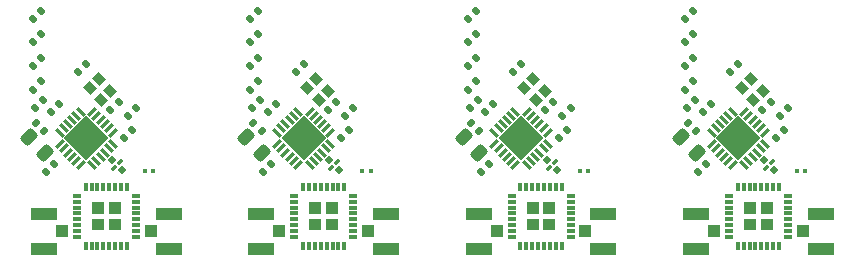
<source format=gtp>
G04 #@! TF.GenerationSoftware,KiCad,Pcbnew,(6.0.6)*
G04 #@! TF.CreationDate,2022-08-31T11:07:13-07:00*
G04 #@! TF.ProjectId,kikit_panel,6b696b69-745f-4706-916e-656c2e6b6963,rev?*
G04 #@! TF.SameCoordinates,Original*
G04 #@! TF.FileFunction,Paste,Top*
G04 #@! TF.FilePolarity,Positive*
%FSLAX46Y46*%
G04 Gerber Fmt 4.6, Leading zero omitted, Abs format (unit mm)*
G04 Created by KiCad (PCBNEW (6.0.6)) date 2022-08-31 11:07:13*
%MOMM*%
%LPD*%
G01*
G04 APERTURE LIST*
G04 Aperture macros list*
%AMRoundRect*
0 Rectangle with rounded corners*
0 $1 Rounding radius*
0 $2 $3 $4 $5 $6 $7 $8 $9 X,Y pos of 4 corners*
0 Add a 4 corners polygon primitive as box body*
4,1,4,$2,$3,$4,$5,$6,$7,$8,$9,$2,$3,0*
0 Add four circle primitives for the rounded corners*
1,1,$1+$1,$2,$3*
1,1,$1+$1,$4,$5*
1,1,$1+$1,$6,$7*
1,1,$1+$1,$8,$9*
0 Add four rect primitives between the rounded corners*
20,1,$1+$1,$2,$3,$4,$5,0*
20,1,$1+$1,$4,$5,$6,$7,0*
20,1,$1+$1,$6,$7,$8,$9,0*
20,1,$1+$1,$8,$9,$2,$3,0*%
%AMRotRect*
0 Rectangle, with rotation*
0 The origin of the aperture is its center*
0 $1 length*
0 $2 width*
0 $3 Rotation angle, in degrees counterclockwise*
0 Add horizontal line*
21,1,$1,$2,0,0,$3*%
G04 Aperture macros list end*
%ADD10R,1.050000X1.000000*%
%ADD11R,2.200000X1.050000*%
%ADD12RoundRect,0.079500X-0.079500X-0.100500X0.079500X-0.100500X0.079500X0.100500X-0.079500X0.100500X0*%
%ADD13RoundRect,0.147500X0.017678X-0.226274X0.226274X-0.017678X-0.017678X0.226274X-0.226274X0.017678X0*%
%ADD14RoundRect,0.147500X-0.017678X0.226274X-0.226274X0.017678X0.017678X-0.226274X0.226274X-0.017678X0*%
%ADD15RotRect,0.300000X0.850000X315.000000*%
%ADD16RotRect,0.300000X0.850000X225.000000*%
%ADD17RotRect,2.650000X2.650000X225.000000*%
%ADD18RoundRect,0.147500X0.226274X0.017678X0.017678X0.226274X-0.226274X-0.017678X-0.017678X-0.226274X0*%
%ADD19RoundRect,0.243750X0.494975X0.150260X0.150260X0.494975X-0.494975X-0.150260X-0.150260X-0.494975X0*%
%ADD20R,0.304800X0.762000*%
%ADD21R,0.762000X0.304800*%
%ADD22RotRect,0.900000X0.800000X315.000000*%
%ADD23RotRect,0.550000X0.550000X45.000000*%
%ADD24RotRect,0.300000X0.500000X315.000000*%
G04 APERTURE END LIST*
G36*
X79238619Y-39485337D02*
G01*
X78227418Y-39485337D01*
X78227418Y-38527802D01*
X79238619Y-38527802D01*
X79238619Y-39485337D01*
G37*
G36*
X79241091Y-40872015D02*
G01*
X78229890Y-40872015D01*
X78229890Y-39914480D01*
X79241091Y-39914480D01*
X79241091Y-40872015D01*
G37*
G36*
X80661858Y-40872015D02*
G01*
X79650657Y-40872015D01*
X79650657Y-39914480D01*
X80661858Y-39914480D01*
X80661858Y-40872015D01*
G37*
G36*
X80661858Y-39485337D02*
G01*
X79650657Y-39485337D01*
X79650657Y-38527802D01*
X80661858Y-38527802D01*
X80661858Y-39485337D01*
G37*
G36*
X60839091Y-40872015D02*
G01*
X59827890Y-40872015D01*
X59827890Y-39914480D01*
X60839091Y-39914480D01*
X60839091Y-40872015D01*
G37*
G36*
X60836619Y-39485337D02*
G01*
X59825418Y-39485337D01*
X59825418Y-38527802D01*
X60836619Y-38527802D01*
X60836619Y-39485337D01*
G37*
G36*
X62259858Y-40872015D02*
G01*
X61248657Y-40872015D01*
X61248657Y-39914480D01*
X62259858Y-39914480D01*
X62259858Y-40872015D01*
G37*
G36*
X62259858Y-39485337D02*
G01*
X61248657Y-39485337D01*
X61248657Y-38527802D01*
X62259858Y-38527802D01*
X62259858Y-39485337D01*
G37*
G36*
X42437091Y-40872015D02*
G01*
X41425890Y-40872015D01*
X41425890Y-39914480D01*
X42437091Y-39914480D01*
X42437091Y-40872015D01*
G37*
G36*
X42434619Y-39485337D02*
G01*
X41423418Y-39485337D01*
X41423418Y-38527802D01*
X42434619Y-38527802D01*
X42434619Y-39485337D01*
G37*
G36*
X43857858Y-40872015D02*
G01*
X42846657Y-40872015D01*
X42846657Y-39914480D01*
X43857858Y-39914480D01*
X43857858Y-40872015D01*
G37*
G36*
X43857858Y-39485337D02*
G01*
X42846657Y-39485337D01*
X42846657Y-38527802D01*
X43857858Y-38527802D01*
X43857858Y-39485337D01*
G37*
G36*
X24035091Y-40872015D02*
G01*
X23023890Y-40872015D01*
X23023890Y-39914480D01*
X24035091Y-39914480D01*
X24035091Y-40872015D01*
G37*
G36*
X24032619Y-39485337D02*
G01*
X23021418Y-39485337D01*
X23021418Y-38527802D01*
X24032619Y-38527802D01*
X24032619Y-39485337D01*
G37*
G36*
X25455858Y-39485337D02*
G01*
X24444657Y-39485337D01*
X24444657Y-38527802D01*
X25455858Y-38527802D01*
X25455858Y-39485337D01*
G37*
G36*
X25455858Y-40872015D02*
G01*
X24444657Y-40872015D01*
X24444657Y-39914480D01*
X25455858Y-39914480D01*
X25455858Y-40872015D01*
G37*
D10*
X57294000Y-40960000D03*
D11*
X55769000Y-39485000D03*
X55769000Y-42435000D03*
D12*
X83410995Y-35867890D03*
X82720995Y-35867890D03*
D13*
X18197053Y-30502947D03*
X18882947Y-29817053D03*
D14*
X75025646Y-35289053D03*
X74339752Y-35974947D03*
D13*
X73238817Y-24973707D03*
X73924711Y-24287813D03*
X36434817Y-22973707D03*
X37120711Y-22287813D03*
D15*
X80017927Y-32613789D03*
X79664373Y-32260236D03*
X79310820Y-31906682D03*
X78957267Y-31553129D03*
X78603713Y-31199576D03*
X78250160Y-30846022D03*
D16*
X77260210Y-30846022D03*
X76906657Y-31199576D03*
X76553103Y-31553129D03*
X76199550Y-31906682D03*
X75845997Y-32260236D03*
X75492443Y-32613789D03*
D15*
X75492443Y-33603739D03*
X75845997Y-33957292D03*
X76199550Y-34310846D03*
X76553103Y-34664399D03*
X76906657Y-35017952D03*
X77260210Y-35371506D03*
D16*
X78250160Y-35371506D03*
X78603713Y-35017952D03*
X78957267Y-34664399D03*
X79310820Y-34310846D03*
X79664373Y-33957292D03*
X80017927Y-33603739D03*
D17*
X77755185Y-33108764D03*
D10*
X46392000Y-40960000D03*
D11*
X47917000Y-42435000D03*
X47917000Y-39485000D03*
D10*
X83196000Y-40960000D03*
D11*
X84721000Y-39485000D03*
X84721000Y-42435000D03*
D18*
X18982947Y-32502947D03*
X18297053Y-31817053D03*
D13*
X54836817Y-26973707D03*
X55522711Y-26287813D03*
X36599053Y-30502947D03*
X37284947Y-29817053D03*
D19*
X55826913Y-34352913D03*
X54501087Y-33027087D03*
D14*
X81947146Y-30539159D03*
X81261252Y-31225053D03*
D12*
X46606995Y-35867890D03*
X45916995Y-35867890D03*
D14*
X19819646Y-35289053D03*
X19133752Y-35974947D03*
D13*
X19514752Y-30894947D03*
X20200646Y-30209053D03*
X56318752Y-30894947D03*
X57004646Y-30209053D03*
X42988009Y-30712727D03*
X43673903Y-30026833D03*
D20*
X81196000Y-37210000D03*
X80696000Y-37210000D03*
X80196000Y-37210000D03*
X79696000Y-37210000D03*
X79196000Y-37210000D03*
X78696000Y-37210000D03*
X78196000Y-37210000D03*
X77696000Y-37210000D03*
D21*
X76946000Y-37960000D03*
X76946000Y-38460000D03*
X76946000Y-38960000D03*
X76946000Y-39460000D03*
X76946000Y-39960000D03*
X76946000Y-40460000D03*
X76946000Y-40960000D03*
X76946000Y-41460000D03*
D20*
X77696000Y-42210000D03*
X78196000Y-42210000D03*
X78696000Y-42210000D03*
X79196000Y-42210000D03*
X79696000Y-42210000D03*
X80196000Y-42210000D03*
X80696000Y-42210000D03*
X81196000Y-42210000D03*
D21*
X81946000Y-41460000D03*
X81946000Y-40960000D03*
X81946000Y-40460000D03*
X81946000Y-39960000D03*
X81946000Y-39460000D03*
X81946000Y-38960000D03*
X81946000Y-38460000D03*
X81946000Y-37960000D03*
D13*
X24586009Y-30712727D03*
X25271903Y-30026833D03*
X77070252Y-27465947D03*
X77756146Y-26780053D03*
X54836817Y-28973707D03*
X55522711Y-28287813D03*
D14*
X56623646Y-35289053D03*
X55937752Y-35974947D03*
D20*
X62794000Y-37210000D03*
X62294000Y-37210000D03*
X61794000Y-37210000D03*
X61294000Y-37210000D03*
X60794000Y-37210000D03*
X60294000Y-37210000D03*
X59794000Y-37210000D03*
X59294000Y-37210000D03*
D21*
X58544000Y-37960000D03*
X58544000Y-38460000D03*
X58544000Y-38960000D03*
X58544000Y-39460000D03*
X58544000Y-39960000D03*
X58544000Y-40460000D03*
X58544000Y-40960000D03*
X58544000Y-41460000D03*
D20*
X59294000Y-42210000D03*
X59794000Y-42210000D03*
X60294000Y-42210000D03*
X60794000Y-42210000D03*
X61294000Y-42210000D03*
X61794000Y-42210000D03*
X62294000Y-42210000D03*
X62794000Y-42210000D03*
D21*
X63544000Y-41460000D03*
X63544000Y-40960000D03*
X63544000Y-40460000D03*
X63544000Y-39960000D03*
X63544000Y-39460000D03*
X63544000Y-38960000D03*
X63544000Y-38460000D03*
X63544000Y-37960000D03*
D13*
X21864252Y-27465947D03*
X22550146Y-26780053D03*
D10*
X38892000Y-40960000D03*
D11*
X37367000Y-39485000D03*
X37367000Y-42435000D03*
D12*
X27514995Y-35867890D03*
X28204995Y-35867890D03*
D10*
X20490000Y-40960000D03*
D11*
X18965000Y-39485000D03*
X18965000Y-42435000D03*
D22*
X41225758Y-28862794D03*
X42215707Y-29852743D03*
X42993524Y-29074926D03*
X42003575Y-28084977D03*
D15*
X61615927Y-32613789D03*
X61262373Y-32260236D03*
X60908820Y-31906682D03*
X60555267Y-31553129D03*
X60201713Y-31199576D03*
X59848160Y-30846022D03*
D16*
X58858210Y-30846022D03*
X58504657Y-31199576D03*
X58151103Y-31553129D03*
X57797550Y-31906682D03*
X57443997Y-32260236D03*
X57090443Y-32613789D03*
D15*
X57090443Y-33603739D03*
X57443997Y-33957292D03*
X57797550Y-34310846D03*
X58151103Y-34664399D03*
X58504657Y-35017952D03*
X58858210Y-35371506D03*
D16*
X59848160Y-35371506D03*
X60201713Y-35017952D03*
X60555267Y-34664399D03*
X60908820Y-34310846D03*
X61262373Y-33957292D03*
X61615927Y-33603739D03*
D17*
X59353185Y-33108764D03*
D13*
X73238817Y-26973707D03*
X73924711Y-26287813D03*
X37916752Y-30894947D03*
X38602646Y-30209053D03*
D15*
X24811927Y-32613789D03*
X24458373Y-32260236D03*
X24104820Y-31906682D03*
X23751267Y-31553129D03*
X23397713Y-31199576D03*
X23044160Y-30846022D03*
D16*
X22054210Y-30846022D03*
X21700657Y-31199576D03*
X21347103Y-31553129D03*
X20993550Y-31906682D03*
X20639997Y-32260236D03*
X20286443Y-32613789D03*
D15*
X20286443Y-33603739D03*
X20639997Y-33957292D03*
X20993550Y-34310846D03*
X21347103Y-34664399D03*
X21700657Y-35017952D03*
X22054210Y-35371506D03*
D16*
X23044160Y-35371506D03*
X23397713Y-35017952D03*
X23751267Y-34664399D03*
X24104820Y-34310846D03*
X24458373Y-33957292D03*
X24811927Y-33603739D03*
D17*
X22549185Y-33108764D03*
D12*
X65008995Y-35867890D03*
X64318995Y-35867890D03*
D13*
X74720752Y-30894947D03*
X75406646Y-30209053D03*
D23*
X43112000Y-34910000D03*
D24*
X43288777Y-35581751D03*
D23*
X43960528Y-35758528D03*
D24*
X43783751Y-35086777D03*
D13*
X54836817Y-24973707D03*
X55522711Y-24287813D03*
D19*
X74228913Y-34352913D03*
X72903087Y-33027087D03*
D13*
X18032817Y-26973707D03*
X18718711Y-26287813D03*
D18*
X37384947Y-32502947D03*
X36699053Y-31817053D03*
D20*
X44392000Y-37210000D03*
X43892000Y-37210000D03*
X43392000Y-37210000D03*
X42892000Y-37210000D03*
X42392000Y-37210000D03*
X41892000Y-37210000D03*
X41392000Y-37210000D03*
X40892000Y-37210000D03*
D21*
X40142000Y-37960000D03*
X40142000Y-38460000D03*
X40142000Y-38960000D03*
X40142000Y-39460000D03*
X40142000Y-39960000D03*
X40142000Y-40460000D03*
X40142000Y-40960000D03*
X40142000Y-41460000D03*
D20*
X40892000Y-42210000D03*
X41392000Y-42210000D03*
X41892000Y-42210000D03*
X42392000Y-42210000D03*
X42892000Y-42210000D03*
X43392000Y-42210000D03*
X43892000Y-42210000D03*
X44392000Y-42210000D03*
D21*
X45142000Y-41460000D03*
X45142000Y-40960000D03*
X45142000Y-40460000D03*
X45142000Y-39960000D03*
X45142000Y-39460000D03*
X45142000Y-38960000D03*
X45142000Y-38460000D03*
X45142000Y-37960000D03*
D13*
X73238817Y-22973707D03*
X73924711Y-22287813D03*
D23*
X61514000Y-34910000D03*
D24*
X61690777Y-35581751D03*
D23*
X62362528Y-35758528D03*
D24*
X62185751Y-35086777D03*
D22*
X22823758Y-28862794D03*
X23813707Y-29852743D03*
X24591524Y-29074926D03*
X23601575Y-28084977D03*
D13*
X79792009Y-30712727D03*
X80477903Y-30026833D03*
X61390009Y-30712727D03*
X62075903Y-30026833D03*
D14*
X63545146Y-30539159D03*
X62859252Y-31225053D03*
D13*
X18032817Y-22973707D03*
X18718711Y-22287813D03*
D14*
X26741146Y-30539159D03*
X26055252Y-31225053D03*
D18*
X74188947Y-32502947D03*
X73503053Y-31817053D03*
D13*
X73403053Y-30502947D03*
X74088947Y-29817053D03*
D22*
X78029758Y-28862794D03*
X79019707Y-29852743D03*
X79797524Y-29074926D03*
X78807575Y-28084977D03*
D23*
X79916000Y-34910000D03*
D24*
X80092777Y-35581751D03*
D23*
X80764528Y-35758528D03*
D24*
X80587751Y-35086777D03*
D13*
X36434817Y-28973707D03*
X37120711Y-28287813D03*
D18*
X55786947Y-32502947D03*
X55101053Y-31817053D03*
D13*
X73238817Y-28973707D03*
X73924711Y-28287813D03*
D19*
X19022913Y-34352913D03*
X17697087Y-33027087D03*
D23*
X24710000Y-34910000D03*
D24*
X24886777Y-35581751D03*
D23*
X25558528Y-35758528D03*
D24*
X25381751Y-35086777D03*
D15*
X43213927Y-32613789D03*
X42860373Y-32260236D03*
X42506820Y-31906682D03*
X42153267Y-31553129D03*
X41799713Y-31199576D03*
X41446160Y-30846022D03*
D16*
X40456210Y-30846022D03*
X40102657Y-31199576D03*
X39749103Y-31553129D03*
X39395550Y-31906682D03*
X39041997Y-32260236D03*
X38688443Y-32613789D03*
D15*
X38688443Y-33603739D03*
X39041997Y-33957292D03*
X39395550Y-34310846D03*
X39749103Y-34664399D03*
X40102657Y-35017952D03*
X40456210Y-35371506D03*
D16*
X41446160Y-35371506D03*
X41799713Y-35017952D03*
X42153267Y-34664399D03*
X42506820Y-34310846D03*
X42860373Y-33957292D03*
X43213927Y-33603739D03*
D17*
X40951185Y-33108764D03*
D13*
X55001053Y-30502947D03*
X55686947Y-29817053D03*
X44139752Y-33066553D03*
X44825646Y-32380659D03*
X80943752Y-33066553D03*
X81629646Y-32380659D03*
X36434817Y-26973707D03*
X37120711Y-26287813D03*
D10*
X27990000Y-40960000D03*
D11*
X29515000Y-39485000D03*
X29515000Y-42435000D03*
D22*
X59627758Y-28862794D03*
X60617707Y-29852743D03*
X61395524Y-29074926D03*
X60405575Y-28084977D03*
D13*
X54836817Y-22973707D03*
X55522711Y-22287813D03*
X40266252Y-27465947D03*
X40952146Y-26780053D03*
X36434817Y-24973707D03*
X37120711Y-24287813D03*
D10*
X64794000Y-40960000D03*
D11*
X66319000Y-42435000D03*
X66319000Y-39485000D03*
D13*
X62541752Y-33066553D03*
X63227646Y-32380659D03*
D20*
X25990000Y-37210000D03*
X25490000Y-37210000D03*
X24990000Y-37210000D03*
X24490000Y-37210000D03*
X23990000Y-37210000D03*
X23490000Y-37210000D03*
X22990000Y-37210000D03*
X22490000Y-37210000D03*
D21*
X21740000Y-37960000D03*
X21740000Y-38460000D03*
X21740000Y-38960000D03*
X21740000Y-39460000D03*
X21740000Y-39960000D03*
X21740000Y-40460000D03*
X21740000Y-40960000D03*
X21740000Y-41460000D03*
D20*
X22490000Y-42210000D03*
X22990000Y-42210000D03*
X23490000Y-42210000D03*
X23990000Y-42210000D03*
X24490000Y-42210000D03*
X24990000Y-42210000D03*
X25490000Y-42210000D03*
X25990000Y-42210000D03*
D21*
X26740000Y-41460000D03*
X26740000Y-40960000D03*
X26740000Y-40460000D03*
X26740000Y-39960000D03*
X26740000Y-39460000D03*
X26740000Y-38960000D03*
X26740000Y-38460000D03*
X26740000Y-37960000D03*
D13*
X18032817Y-28973707D03*
X18718711Y-28287813D03*
X18032817Y-24973707D03*
X18718711Y-24287813D03*
X58668252Y-27465947D03*
X59354146Y-26780053D03*
X25737752Y-33066553D03*
X26423646Y-32380659D03*
D10*
X75696000Y-40960000D03*
D11*
X74171000Y-42435000D03*
X74171000Y-39485000D03*
D19*
X37424913Y-34352913D03*
X36099087Y-33027087D03*
D14*
X38221646Y-35289053D03*
X37535752Y-35974947D03*
X45143146Y-30539159D03*
X44457252Y-31225053D03*
M02*

</source>
